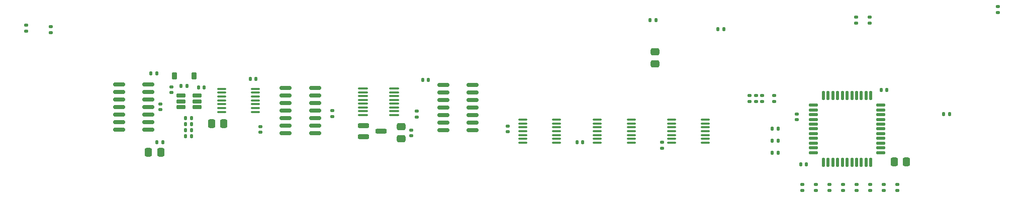
<source format=gbr>
%TF.GenerationSoftware,KiCad,Pcbnew,8.0.6*%
%TF.CreationDate,2024-10-21T13:09:56+02:00*%
%TF.ProjectId,rgb-to-hdmi,7267622d-746f-42d6-9864-6d692e6b6963,rev?*%
%TF.SameCoordinates,Original*%
%TF.FileFunction,Paste,Top*%
%TF.FilePolarity,Positive*%
%FSLAX46Y46*%
G04 Gerber Fmt 4.6, Leading zero omitted, Abs format (unit mm)*
G04 Created by KiCad (PCBNEW 8.0.6) date 2024-10-21 13:09:56*
%MOMM*%
%LPD*%
G01*
G04 APERTURE LIST*
G04 Aperture macros list*
%AMRoundRect*
0 Rectangle with rounded corners*
0 $1 Rounding radius*
0 $2 $3 $4 $5 $6 $7 $8 $9 X,Y pos of 4 corners*
0 Add a 4 corners polygon primitive as box body*
4,1,4,$2,$3,$4,$5,$6,$7,$8,$9,$2,$3,0*
0 Add four circle primitives for the rounded corners*
1,1,$1+$1,$2,$3*
1,1,$1+$1,$4,$5*
1,1,$1+$1,$6,$7*
1,1,$1+$1,$8,$9*
0 Add four rect primitives between the rounded corners*
20,1,$1+$1,$2,$3,$4,$5,0*
20,1,$1+$1,$4,$5,$6,$7,0*
20,1,$1+$1,$6,$7,$8,$9,0*
20,1,$1+$1,$8,$9,$2,$3,0*%
G04 Aperture macros list end*
%ADD10RoundRect,0.250000X-0.337500X-0.475000X0.337500X-0.475000X0.337500X0.475000X-0.337500X0.475000X0*%
%ADD11RoundRect,0.140000X0.170000X-0.140000X0.170000X0.140000X-0.170000X0.140000X-0.170000X-0.140000X0*%
%ADD12RoundRect,0.140000X-0.140000X-0.170000X0.140000X-0.170000X0.140000X0.170000X-0.140000X0.170000X0*%
%ADD13RoundRect,0.140000X0.140000X0.170000X-0.140000X0.170000X-0.140000X-0.170000X0.140000X-0.170000X0*%
%ADD14RoundRect,0.135000X0.185000X-0.135000X0.185000X0.135000X-0.185000X0.135000X-0.185000X-0.135000X0*%
%ADD15RoundRect,0.135000X-0.135000X-0.185000X0.135000X-0.185000X0.135000X0.185000X-0.135000X0.185000X0*%
%ADD16RoundRect,0.135000X0.135000X0.185000X-0.135000X0.185000X-0.135000X-0.185000X0.135000X-0.185000X0*%
%ADD17RoundRect,0.137500X0.600000X0.137500X-0.600000X0.137500X-0.600000X-0.137500X0.600000X-0.137500X0*%
%ADD18RoundRect,0.137500X0.137500X0.600000X-0.137500X0.600000X-0.137500X-0.600000X0.137500X-0.600000X0*%
%ADD19RoundRect,0.135000X-0.185000X0.135000X-0.185000X-0.135000X0.185000X-0.135000X0.185000X0.135000X0*%
%ADD20RoundRect,0.100000X0.637500X0.100000X-0.637500X0.100000X-0.637500X-0.100000X0.637500X-0.100000X0*%
%ADD21RoundRect,0.100000X-0.712500X-0.100000X0.712500X-0.100000X0.712500X0.100000X-0.712500X0.100000X0*%
%ADD22RoundRect,0.250000X0.475000X-0.337500X0.475000X0.337500X-0.475000X0.337500X-0.475000X-0.337500X0*%
%ADD23RoundRect,0.140000X-0.170000X0.140000X-0.170000X-0.140000X0.170000X-0.140000X0.170000X0.140000X0*%
%ADD24RoundRect,0.100000X-0.637500X-0.100000X0.637500X-0.100000X0.637500X0.100000X-0.637500X0.100000X0*%
%ADD25RoundRect,0.150000X-0.825000X-0.150000X0.825000X-0.150000X0.825000X0.150000X-0.825000X0.150000X0*%
%ADD26RoundRect,0.200000X-0.750000X-0.200000X0.750000X-0.200000X0.750000X0.200000X-0.750000X0.200000X0*%
%ADD27RoundRect,0.225000X0.225000X0.375000X-0.225000X0.375000X-0.225000X-0.375000X0.225000X-0.375000X0*%
%ADD28RoundRect,0.250000X0.337500X0.475000X-0.337500X0.475000X-0.337500X-0.475000X0.337500X-0.475000X0*%
%ADD29RoundRect,0.150000X0.825000X0.150000X-0.825000X0.150000X-0.825000X-0.150000X0.825000X-0.150000X0*%
%ADD30RoundRect,0.162500X-0.617500X-0.162500X0.617500X-0.162500X0.617500X0.162500X-0.617500X0.162500X0*%
%ADD31RoundRect,0.250000X-0.475000X0.337500X-0.475000X-0.337500X0.475000X-0.337500X0.475000X0.337500X0*%
G04 APERTURE END LIST*
D10*
%TO.C,C1*%
X160689500Y-57888000D03*
X162764500Y-57888000D03*
%TD*%
D11*
%TO.C,C2*%
X144328000Y-50748000D03*
X144328000Y-49788000D03*
%TD*%
D12*
%TO.C,C3*%
X158526600Y-45746800D03*
X159486600Y-45746800D03*
%TD*%
D13*
%TO.C,C4*%
X145929500Y-58269000D03*
X144969500Y-58269000D03*
%TD*%
D14*
%TO.C,R1*%
X154275000Y-34469000D03*
X154275000Y-33449000D03*
%TD*%
%TO.C,R2*%
X156561000Y-34469000D03*
X156561000Y-33449000D03*
%TD*%
%TO.C,R3*%
X178151000Y-32691000D03*
X178151000Y-31671000D03*
%TD*%
D15*
%TO.C,R4*%
X131032000Y-35536000D03*
X132052000Y-35536000D03*
%TD*%
D16*
%TO.C,R5*%
X120583000Y-34012000D03*
X119563000Y-34012000D03*
%TD*%
D17*
%TO.C,U1*%
X158443500Y-56300000D03*
X158443500Y-55500000D03*
X158443500Y-54700000D03*
X158443500Y-53900000D03*
X158443500Y-53100000D03*
X158443500Y-52300000D03*
X158443500Y-51500000D03*
X158443500Y-50700000D03*
X158443500Y-49900000D03*
X158443500Y-49100000D03*
X158443500Y-48300000D03*
D18*
X156781000Y-46637500D03*
X155981000Y-46637500D03*
X155181000Y-46637500D03*
X154381000Y-46637500D03*
X153581000Y-46637500D03*
X152781000Y-46637500D03*
X151981000Y-46637500D03*
X151181000Y-46637500D03*
X150381000Y-46637500D03*
X149581000Y-46637500D03*
X148781000Y-46637500D03*
D17*
X147118500Y-48300000D03*
X147118500Y-49100000D03*
X147118500Y-49900000D03*
X147118500Y-50700000D03*
X147118500Y-51500000D03*
X147118500Y-52300000D03*
X147118500Y-53100000D03*
X147118500Y-53900000D03*
X147118500Y-54700000D03*
X147118500Y-55500000D03*
X147118500Y-56300000D03*
D18*
X148781000Y-57962500D03*
X149581000Y-57962500D03*
X150381000Y-57962500D03*
X151181000Y-57962500D03*
X151981000Y-57962500D03*
X152781000Y-57962500D03*
X153581000Y-57962500D03*
X154381000Y-57962500D03*
X155181000Y-57962500D03*
X155981000Y-57962500D03*
X156781000Y-57962500D03*
%TD*%
D14*
%TO.C,R7*%
X138486000Y-47728000D03*
X138486000Y-46708000D03*
%TD*%
D19*
%TO.C,R18*%
X147503000Y-61696000D03*
X147503000Y-62716000D03*
%TD*%
D11*
%TO.C,C13*%
X79329400Y-53463200D03*
X79329400Y-52503200D03*
%TD*%
D19*
%TO.C,R33*%
X14534000Y-34834500D03*
X14534000Y-35854500D03*
%TD*%
D20*
%TO.C,U9*%
X128927900Y-54636800D03*
X128927900Y-53986800D03*
X128927900Y-53336800D03*
X128927900Y-52686800D03*
X128927900Y-52036800D03*
X128927900Y-51386800D03*
X128927900Y-50736800D03*
X123202900Y-50736800D03*
X123202900Y-51386800D03*
X123202900Y-52036800D03*
X123202900Y-52686800D03*
X123202900Y-53336800D03*
X123202900Y-53986800D03*
X123202900Y-54636800D03*
%TD*%
D21*
%TO.C,U4*%
X71205500Y-45505500D03*
X71205500Y-46140500D03*
X71205500Y-46775500D03*
X71205500Y-47410500D03*
X71205500Y-48045500D03*
X71205500Y-48680500D03*
X71205500Y-49315500D03*
X71205500Y-49950500D03*
X76480500Y-49950500D03*
X76480500Y-49315500D03*
X76480500Y-48680500D03*
X76480500Y-48045500D03*
X76480500Y-47410500D03*
X76480500Y-46775500D03*
X76480500Y-46140500D03*
X76480500Y-45505500D03*
%TD*%
D22*
%TO.C,C12*%
X77703800Y-53976400D03*
X77703800Y-51901400D03*
%TD*%
D23*
%TO.C,C16*%
X53929400Y-51898800D03*
X53929400Y-52858800D03*
%TD*%
%TO.C,C19*%
X121595000Y-54563200D03*
X121595000Y-55523200D03*
%TD*%
D24*
%TO.C,U10*%
X110723800Y-50736800D03*
X110723800Y-51386800D03*
X110723800Y-52036800D03*
X110723800Y-52686800D03*
X110723800Y-53336800D03*
X110723800Y-53986800D03*
X110723800Y-54636800D03*
X116448800Y-54636800D03*
X116448800Y-53986800D03*
X116448800Y-53336800D03*
X116448800Y-52686800D03*
X116448800Y-52036800D03*
X116448800Y-51386800D03*
X116448800Y-50736800D03*
%TD*%
D13*
%TO.C,C18*%
X108260000Y-54586000D03*
X107300000Y-54586000D03*
%TD*%
D19*
%TO.C,R17*%
X154361000Y-61696000D03*
X154361000Y-62716000D03*
%TD*%
D13*
%TO.C,C8*%
X82247800Y-44019600D03*
X81287800Y-44019600D03*
%TD*%
D25*
%TO.C,U6*%
X58222000Y-45442000D03*
X58222000Y-46712000D03*
X58222000Y-47982000D03*
X58222000Y-49252000D03*
X58222000Y-50522000D03*
X58222000Y-51792000D03*
X58222000Y-53062000D03*
X63172000Y-53062000D03*
X63172000Y-51792000D03*
X63172000Y-50522000D03*
X63172000Y-49252000D03*
X63172000Y-47982000D03*
X63172000Y-46712000D03*
X63172000Y-45442000D03*
%TD*%
D13*
%TO.C,C15*%
X53213000Y-43918000D03*
X52253000Y-43918000D03*
%TD*%
D26*
%TO.C,U7*%
X71300200Y-51756400D03*
X71300200Y-53656400D03*
X74300200Y-52706400D03*
%TD*%
D14*
%TO.C,R13*%
X137470000Y-47728000D03*
X137470000Y-46708000D03*
%TD*%
D15*
%TO.C,R28*%
X41331000Y-52554000D03*
X42351000Y-52554000D03*
%TD*%
D14*
%TO.C,R22*%
X18666000Y-36116000D03*
X18666000Y-35096000D03*
%TD*%
D15*
%TO.C,R10*%
X140135000Y-54332000D03*
X141155000Y-54332000D03*
%TD*%
D23*
%TO.C,C6*%
X37140000Y-48109000D03*
X37140000Y-49069000D03*
%TD*%
D27*
%TO.C,D3*%
X42777800Y-43359200D03*
X39477800Y-43359200D03*
%TD*%
D28*
%TO.C,C9*%
X37161500Y-56237000D03*
X35086500Y-56237000D03*
%TD*%
D29*
%TO.C,U8*%
X35108000Y-52427000D03*
X35108000Y-51157000D03*
X35108000Y-49887000D03*
X35108000Y-48617000D03*
X35108000Y-47347000D03*
X35108000Y-46077000D03*
X35108000Y-44807000D03*
X30158000Y-44807000D03*
X30158000Y-46077000D03*
X30158000Y-47347000D03*
X30158000Y-48617000D03*
X30158000Y-49887000D03*
X30158000Y-51157000D03*
X30158000Y-52427000D03*
%TD*%
D14*
%TO.C,R20*%
X140518000Y-47730000D03*
X140518000Y-46710000D03*
%TD*%
%TO.C,R6*%
X152075000Y-62716000D03*
X152075000Y-61696000D03*
%TD*%
D25*
%TO.C,U5*%
X84742600Y-44934000D03*
X84742600Y-46204000D03*
X84742600Y-47474000D03*
X84742600Y-48744000D03*
X84742600Y-50014000D03*
X84742600Y-51284000D03*
X84742600Y-52554000D03*
X89692600Y-52554000D03*
X89692600Y-51284000D03*
X89692600Y-50014000D03*
X89692600Y-48744000D03*
X89692600Y-47474000D03*
X89692600Y-46204000D03*
X89692600Y-44934000D03*
%TD*%
D14*
%TO.C,R8*%
X145217000Y-62716000D03*
X145217000Y-61696000D03*
%TD*%
D15*
%TO.C,R29*%
X41329000Y-50522000D03*
X42349000Y-50522000D03*
%TD*%
D24*
%TO.C,U11*%
X98140800Y-50736800D03*
X98140800Y-51386800D03*
X98140800Y-52036800D03*
X98140800Y-52686800D03*
X98140800Y-53336800D03*
X98140800Y-53986800D03*
X98140800Y-54636800D03*
X103865800Y-54636800D03*
X103865800Y-53986800D03*
X103865800Y-53336800D03*
X103865800Y-52686800D03*
X103865800Y-52036800D03*
X103865800Y-51386800D03*
X103865800Y-50736800D03*
%TD*%
D19*
%TO.C,R21*%
X158933000Y-61696000D03*
X158933000Y-62716000D03*
%TD*%
D30*
%TO.C,U2*%
X40569000Y-46712000D03*
X40569000Y-47662000D03*
X40569000Y-48612000D03*
X43269000Y-48612000D03*
X43269000Y-47662000D03*
X43269000Y-46712000D03*
%TD*%
D16*
%TO.C,R30*%
X37573800Y-54535200D03*
X36553800Y-54535200D03*
%TD*%
D15*
%TO.C,R27*%
X41331000Y-51538000D03*
X42351000Y-51538000D03*
%TD*%
D19*
%TO.C,R19*%
X149789000Y-61696000D03*
X149789000Y-62716000D03*
%TD*%
D15*
%TO.C,R9*%
X140135000Y-56364000D03*
X141155000Y-56364000D03*
%TD*%
%TO.C,R11*%
X140135000Y-52300000D03*
X141155000Y-52300000D03*
%TD*%
D11*
%TO.C,C7*%
X38943400Y-46198800D03*
X38943400Y-45238800D03*
%TD*%
D16*
%TO.C,R23*%
X170058200Y-49810800D03*
X169038200Y-49810800D03*
%TD*%
D19*
%TO.C,R24*%
X80294600Y-49302800D03*
X80294600Y-50322800D03*
%TD*%
D11*
%TO.C,C17*%
X95585400Y-52780000D03*
X95585400Y-51820000D03*
%TD*%
D10*
%TO.C,C11*%
X45729100Y-51436400D03*
X47804100Y-51436400D03*
%TD*%
D14*
%TO.C,R25*%
X66070600Y-50270000D03*
X66070600Y-49250000D03*
%TD*%
D19*
%TO.C,R12*%
X156647000Y-61696000D03*
X156647000Y-62716000D03*
%TD*%
D24*
%TO.C,U3*%
X47427000Y-45554000D03*
X47427000Y-46204000D03*
X47427000Y-46854000D03*
X47427000Y-47504000D03*
X47427000Y-48154000D03*
X47427000Y-48804000D03*
X47427000Y-49454000D03*
X53152000Y-49454000D03*
X53152000Y-48804000D03*
X53152000Y-48154000D03*
X53152000Y-47504000D03*
X53152000Y-46854000D03*
X53152000Y-46204000D03*
X53152000Y-45554000D03*
%TD*%
D16*
%TO.C,R31*%
X36557800Y-42952800D03*
X35537800Y-42952800D03*
%TD*%
D31*
%TO.C,C5*%
X120426600Y-39273700D03*
X120426600Y-41348700D03*
%TD*%
D19*
%TO.C,R14*%
X161219000Y-61696000D03*
X161219000Y-62716000D03*
%TD*%
D15*
%TO.C,R26*%
X40567000Y-45086400D03*
X41587000Y-45086400D03*
%TD*%
D13*
%TO.C,C14*%
X44475400Y-45289600D03*
X43515400Y-45289600D03*
%TD*%
D14*
%TO.C,R15*%
X136327000Y-47728000D03*
X136327000Y-46708000D03*
%TD*%
D15*
%TO.C,R32*%
X41329000Y-53570000D03*
X42349000Y-53570000D03*
%TD*%
M02*

</source>
